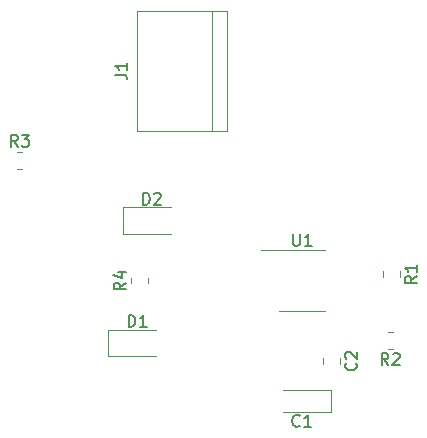
<source format=gbr>
%TF.GenerationSoftware,KiCad,Pcbnew,(6.0.10-0)*%
%TF.CreationDate,2023-02-17T12:31:35-08:00*%
%TF.ProjectId,Lab4exercise2,4c616234-6578-4657-9263-697365322e6b,rev?*%
%TF.SameCoordinates,Original*%
%TF.FileFunction,Legend,Top*%
%TF.FilePolarity,Positive*%
%FSLAX46Y46*%
G04 Gerber Fmt 4.6, Leading zero omitted, Abs format (unit mm)*
G04 Created by KiCad (PCBNEW (6.0.10-0)) date 2023-02-17 12:31:35*
%MOMM*%
%LPD*%
G01*
G04 APERTURE LIST*
%ADD10C,0.150000*%
%ADD11C,0.120000*%
G04 APERTURE END LIST*
D10*
%TO.C,R3*%
X127693333Y-96312380D02*
X127360000Y-95836190D01*
X127121904Y-96312380D02*
X127121904Y-95312380D01*
X127502857Y-95312380D01*
X127598095Y-95360000D01*
X127645714Y-95407619D01*
X127693333Y-95502857D01*
X127693333Y-95645714D01*
X127645714Y-95740952D01*
X127598095Y-95788571D01*
X127502857Y-95836190D01*
X127121904Y-95836190D01*
X128026666Y-95312380D02*
X128645714Y-95312380D01*
X128312380Y-95693333D01*
X128455238Y-95693333D01*
X128550476Y-95740952D01*
X128598095Y-95788571D01*
X128645714Y-95883809D01*
X128645714Y-96121904D01*
X128598095Y-96217142D01*
X128550476Y-96264761D01*
X128455238Y-96312380D01*
X128169523Y-96312380D01*
X128074285Y-96264761D01*
X128026666Y-96217142D01*
%TO.C,J1*%
X135932380Y-90223333D02*
X136646666Y-90223333D01*
X136789523Y-90270952D01*
X136884761Y-90366190D01*
X136932380Y-90509047D01*
X136932380Y-90604285D01*
X136932380Y-89223333D02*
X136932380Y-89794761D01*
X136932380Y-89509047D02*
X135932380Y-89509047D01*
X136075238Y-89604285D01*
X136170476Y-89699523D01*
X136218095Y-89794761D01*
%TO.C,U1*%
X150988095Y-103722380D02*
X150988095Y-104531904D01*
X151035714Y-104627142D01*
X151083333Y-104674761D01*
X151178571Y-104722380D01*
X151369047Y-104722380D01*
X151464285Y-104674761D01*
X151511904Y-104627142D01*
X151559523Y-104531904D01*
X151559523Y-103722380D01*
X152559523Y-104722380D02*
X151988095Y-104722380D01*
X152273809Y-104722380D02*
X152273809Y-103722380D01*
X152178571Y-103865238D01*
X152083333Y-103960476D01*
X151988095Y-104008095D01*
%TO.C,R4*%
X136822380Y-107836666D02*
X136346190Y-108170000D01*
X136822380Y-108408095D02*
X135822380Y-108408095D01*
X135822380Y-108027142D01*
X135870000Y-107931904D01*
X135917619Y-107884285D01*
X136012857Y-107836666D01*
X136155714Y-107836666D01*
X136250952Y-107884285D01*
X136298571Y-107931904D01*
X136346190Y-108027142D01*
X136346190Y-108408095D01*
X136155714Y-106979523D02*
X136822380Y-106979523D01*
X135774761Y-107217619D02*
X136489047Y-107455714D01*
X136489047Y-106836666D01*
%TO.C,R2*%
X159063333Y-114812380D02*
X158730000Y-114336190D01*
X158491904Y-114812380D02*
X158491904Y-113812380D01*
X158872857Y-113812380D01*
X158968095Y-113860000D01*
X159015714Y-113907619D01*
X159063333Y-114002857D01*
X159063333Y-114145714D01*
X159015714Y-114240952D01*
X158968095Y-114288571D01*
X158872857Y-114336190D01*
X158491904Y-114336190D01*
X159444285Y-113907619D02*
X159491904Y-113860000D01*
X159587142Y-113812380D01*
X159825238Y-113812380D01*
X159920476Y-113860000D01*
X159968095Y-113907619D01*
X160015714Y-114002857D01*
X160015714Y-114098095D01*
X159968095Y-114240952D01*
X159396666Y-114812380D01*
X160015714Y-114812380D01*
%TO.C,C2*%
X156297142Y-114655414D02*
X156344761Y-114703033D01*
X156392380Y-114845890D01*
X156392380Y-114941128D01*
X156344761Y-115083986D01*
X156249523Y-115179224D01*
X156154285Y-115226843D01*
X155963809Y-115274462D01*
X155820952Y-115274462D01*
X155630476Y-115226843D01*
X155535238Y-115179224D01*
X155440000Y-115083986D01*
X155392380Y-114941128D01*
X155392380Y-114845890D01*
X155440000Y-114703033D01*
X155487619Y-114655414D01*
X155487619Y-114274462D02*
X155440000Y-114226843D01*
X155392380Y-114131605D01*
X155392380Y-113893509D01*
X155440000Y-113798271D01*
X155487619Y-113750652D01*
X155582857Y-113703033D01*
X155678095Y-113703033D01*
X155820952Y-113750652D01*
X156392380Y-114322081D01*
X156392380Y-113703033D01*
%TO.C,C1*%
X151553333Y-119937142D02*
X151505714Y-119984761D01*
X151362857Y-120032380D01*
X151267619Y-120032380D01*
X151124761Y-119984761D01*
X151029523Y-119889523D01*
X150981904Y-119794285D01*
X150934285Y-119603809D01*
X150934285Y-119460952D01*
X150981904Y-119270476D01*
X151029523Y-119175238D01*
X151124761Y-119080000D01*
X151267619Y-119032380D01*
X151362857Y-119032380D01*
X151505714Y-119080000D01*
X151553333Y-119127619D01*
X152505714Y-120032380D02*
X151934285Y-120032380D01*
X152220000Y-120032380D02*
X152220000Y-119032380D01*
X152124761Y-119175238D01*
X152029523Y-119270476D01*
X151934285Y-119318095D01*
%TO.C,D2*%
X138281904Y-101222380D02*
X138281904Y-100222380D01*
X138520000Y-100222380D01*
X138662857Y-100270000D01*
X138758095Y-100365238D01*
X138805714Y-100460476D01*
X138853333Y-100650952D01*
X138853333Y-100793809D01*
X138805714Y-100984285D01*
X138758095Y-101079523D01*
X138662857Y-101174761D01*
X138520000Y-101222380D01*
X138281904Y-101222380D01*
X139234285Y-100317619D02*
X139281904Y-100270000D01*
X139377142Y-100222380D01*
X139615238Y-100222380D01*
X139710476Y-100270000D01*
X139758095Y-100317619D01*
X139805714Y-100412857D01*
X139805714Y-100508095D01*
X139758095Y-100650952D01*
X139186666Y-101222380D01*
X139805714Y-101222380D01*
%TO.C,R1*%
X161451188Y-107281666D02*
X160974998Y-107615000D01*
X161451188Y-107853095D02*
X160451188Y-107853095D01*
X160451188Y-107472142D01*
X160498808Y-107376904D01*
X160546427Y-107329285D01*
X160641665Y-107281666D01*
X160784522Y-107281666D01*
X160879760Y-107329285D01*
X160927379Y-107376904D01*
X160974998Y-107472142D01*
X160974998Y-107853095D01*
X161451188Y-106329285D02*
X161451188Y-106900714D01*
X161451188Y-106615000D02*
X160451188Y-106615000D01*
X160594046Y-106710238D01*
X160689284Y-106805476D01*
X160736903Y-106900714D01*
%TO.C,D1*%
X137069404Y-111577380D02*
X137069404Y-110577380D01*
X137307500Y-110577380D01*
X137450357Y-110625000D01*
X137545595Y-110720238D01*
X137593214Y-110815476D01*
X137640833Y-111005952D01*
X137640833Y-111148809D01*
X137593214Y-111339285D01*
X137545595Y-111434523D01*
X137450357Y-111529761D01*
X137307500Y-111577380D01*
X137069404Y-111577380D01*
X138593214Y-111577380D02*
X138021785Y-111577380D01*
X138307500Y-111577380D02*
X138307500Y-110577380D01*
X138212261Y-110720238D01*
X138117023Y-110815476D01*
X138021785Y-110863095D01*
D11*
%TO.C,R3*%
X127632936Y-96775000D02*
X128087064Y-96775000D01*
X127632936Y-98245000D02*
X128087064Y-98245000D01*
%TO.C,J1*%
X145370000Y-94970000D02*
X145370000Y-84810000D01*
X137750000Y-84810000D02*
X137750000Y-94970000D01*
X137750000Y-94970000D02*
X145370000Y-94970000D01*
X145370000Y-84810000D02*
X137750000Y-84810000D01*
X144100000Y-84810000D02*
X144100000Y-94970000D01*
%TO.C,U1*%
X151750000Y-110230000D02*
X153700000Y-110230000D01*
X151750000Y-110230000D02*
X149800000Y-110230000D01*
X151750000Y-105110000D02*
X148300000Y-105110000D01*
X151750000Y-105110000D02*
X153700000Y-105110000D01*
%TO.C,R4*%
X137285000Y-107897064D02*
X137285000Y-107442936D01*
X138755000Y-107897064D02*
X138755000Y-107442936D01*
%TO.C,R2*%
X159457064Y-113445000D02*
X159002936Y-113445000D01*
X159457064Y-111975000D02*
X159002936Y-111975000D01*
%TO.C,C2*%
X154995000Y-114227496D02*
X154995000Y-114750000D01*
X153525000Y-114227496D02*
X153525000Y-114750000D01*
%TO.C,C1*%
X150120000Y-118765000D02*
X154205000Y-118765000D01*
X154205000Y-118765000D02*
X154205000Y-116895000D01*
X154205000Y-116895000D02*
X150120000Y-116895000D01*
%TO.C,D2*%
X140620000Y-101455000D02*
X136560000Y-101455000D01*
X136560000Y-101455000D02*
X136560000Y-103725000D01*
X136560000Y-103725000D02*
X140620000Y-103725000D01*
%TO.C,R1*%
X158613808Y-106887936D02*
X158613808Y-107342064D01*
X160083808Y-106887936D02*
X160083808Y-107342064D01*
%TO.C,D1*%
X139407500Y-111810000D02*
X135347500Y-111810000D01*
X135347500Y-114080000D02*
X139407500Y-114080000D01*
X135347500Y-111810000D02*
X135347500Y-114080000D01*
%TD*%
M02*

</source>
